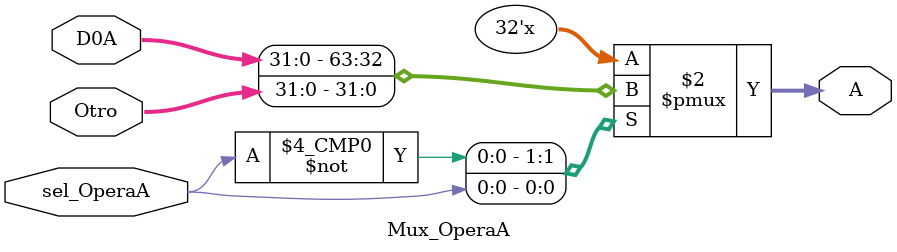
<source format=v>
`timescale 1ns / 1ps


module Mux_OperaA(sel_OperaA,D0A,Otro,A);
input [31:0]D0A,Otro;
input sel_OperaA;
output reg [31:0]A;

always @(sel_OperaA or D0A or Otro or A)
      case(sel_OperaA)
      1'b0: A = D0A;
      1'b1: A = Otro;
       default: A=32'b0;
      endcase
endmodule

</source>
